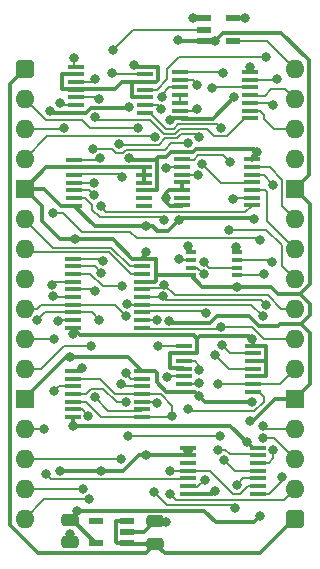
<source format=gtl>
%TF.GenerationSoftware,KiCad,Pcbnew,8.0.4*%
%TF.CreationDate,2024-08-19T17:09:53+02:00*%
%TF.ProjectId,HCP65 MPU NMI,48435036-3520-44d5-9055-204e4d492e6b,V1*%
%TF.SameCoordinates,PX54c81a0PY37b6b20*%
%TF.FileFunction,Copper,L1,Top*%
%TF.FilePolarity,Positive*%
%FSLAX46Y46*%
G04 Gerber Fmt 4.6, Leading zero omitted, Abs format (unit mm)*
G04 Created by KiCad (PCBNEW 8.0.4) date 2024-08-19 17:09:53*
%MOMM*%
%LPD*%
G01*
G04 APERTURE LIST*
G04 Aperture macros list*
%AMRoundRect*
0 Rectangle with rounded corners*
0 $1 Rounding radius*
0 $2 $3 $4 $5 $6 $7 $8 $9 X,Y pos of 4 corners*
0 Add a 4 corners polygon primitive as box body*
4,1,4,$2,$3,$4,$5,$6,$7,$8,$9,$2,$3,0*
0 Add four circle primitives for the rounded corners*
1,1,$1+$1,$2,$3*
1,1,$1+$1,$4,$5*
1,1,$1+$1,$6,$7*
1,1,$1+$1,$8,$9*
0 Add four rect primitives between the rounded corners*
20,1,$1+$1,$2,$3,$4,$5,0*
20,1,$1+$1,$4,$5,$6,$7,0*
20,1,$1+$1,$6,$7,$8,$9,0*
20,1,$1+$1,$8,$9,$2,$3,0*%
G04 Aperture macros list end*
%TA.AperFunction,SMDPad,CuDef*%
%ADD10R,1.475000X0.450000*%
%TD*%
%TA.AperFunction,SMDPad,CuDef*%
%ADD11RoundRect,0.250000X0.475000X-0.250000X0.475000X0.250000X-0.475000X0.250000X-0.475000X-0.250000X0*%
%TD*%
%TA.AperFunction,SMDPad,CuDef*%
%ADD12R,0.950000X0.450000*%
%TD*%
%TA.AperFunction,SMDPad,CuDef*%
%ADD13RoundRect,0.250000X-0.475000X0.250000X-0.475000X-0.250000X0.475000X-0.250000X0.475000X0.250000X0*%
%TD*%
%TA.AperFunction,SMDPad,CuDef*%
%ADD14R,1.150000X0.600000*%
%TD*%
%TA.AperFunction,SMDPad,CuDef*%
%ADD15R,1.250000X0.600000*%
%TD*%
%TA.AperFunction,ComponentPad*%
%ADD16RoundRect,0.400000X-0.400000X-0.400000X0.400000X-0.400000X0.400000X0.400000X-0.400000X0.400000X0*%
%TD*%
%TA.AperFunction,ComponentPad*%
%ADD17O,1.600000X1.600000*%
%TD*%
%TA.AperFunction,ComponentPad*%
%ADD18R,1.600000X1.600000*%
%TD*%
%TA.AperFunction,ViaPad*%
%ADD19C,0.800000*%
%TD*%
%TA.AperFunction,Conductor*%
%ADD20C,0.380000*%
%TD*%
%TA.AperFunction,Conductor*%
%ADD21C,0.200000*%
%TD*%
G04 APERTURE END LIST*
D10*
%TO.P,IC4,1,~{1RD}*%
%TO.N,/~{Enable NMI}*%
X4174000Y-7702000D03*
%TO.P,IC4,2,1D*%
%TO.N,GND*%
X4174000Y-8352000D03*
%TO.P,IC4,3,1CP*%
%TO.N,/~{Reset}_{2}*%
X4174000Y-9002000D03*
%TO.P,IC4,4,~{1SD}*%
%TO.N,/~{Disable NMI}*%
X4174000Y-9652000D03*
%TO.P,IC4,5,1Q*%
%TO.N,/NMI Mask*%
X4174000Y-10302000D03*
%TO.P,IC4,6,~{1Q}*%
%TO.N,NMI Enabled*%
X4174000Y-10952000D03*
%TO.P,IC4,7,GND*%
%TO.N,GND*%
X4174000Y-11602000D03*
%TO.P,IC4,8,~{2Q}*%
%TO.N,unconnected-(IC4-~{2Q}-Pad8)*%
X10050000Y-11602000D03*
%TO.P,IC4,9,2Q*%
%TO.N,unconnected-(IC4-2Q-Pad9)*%
X10050000Y-10952000D03*
%TO.P,IC4,10,~{2SD}*%
%TO.N,/3.3V*%
X10050000Y-10302000D03*
%TO.P,IC4,11,2CP*%
%TO.N,GND*%
X10050000Y-9652000D03*
%TO.P,IC4,12,2D*%
X10050000Y-9002000D03*
%TO.P,IC4,13,~{2RD}*%
X10050000Y-8352000D03*
%TO.P,IC4,14,3V*%
%TO.N,/3.3V*%
X10050000Y-7702000D03*
%TD*%
%TO.P,IC8,1,~{1RD}*%
%TO.N,/~{Clear Timer}*%
X13445000Y-23450000D03*
%TO.P,IC8,2,1D*%
%TO.N,/3.3V*%
X13445000Y-24100000D03*
%TO.P,IC8,3,1CP*%
%TO.N,/Set Timer*%
X13445000Y-24750000D03*
%TO.P,IC8,4,~{1SD}*%
%TO.N,/3.3V*%
X13445000Y-25400000D03*
%TO.P,IC8,5,1Q*%
%TO.N,Timer*%
X13445000Y-26050000D03*
%TO.P,IC8,6,~{1Q}*%
%TO.N,/~{Timer}*%
X13445000Y-26700000D03*
%TO.P,IC8,7,GND*%
%TO.N,GND*%
X13445000Y-27350000D03*
%TO.P,IC8,8,~{2Q}*%
%TO.N,/~{Break}_{1}*%
X19321000Y-27350000D03*
%TO.P,IC8,9,2Q*%
%TO.N,Break_{1}*%
X19321000Y-26700000D03*
%TO.P,IC8,10,~{2SD}*%
%TO.N,/3.3V*%
X19321000Y-26050000D03*
%TO.P,IC8,11,2CP*%
%TO.N,/Set Break_{1}*%
X19321000Y-25400000D03*
%TO.P,IC8,12,2D*%
%TO.N,/3.3V*%
X19321000Y-24750000D03*
%TO.P,IC8,13,~{2RD}*%
%TO.N,/~{Clear Break}_{1}*%
X19321000Y-24100000D03*
%TO.P,IC8,14,3V*%
%TO.N,/3.3V*%
X19321000Y-23450000D03*
%TD*%
%TO.P,IC11,1,1A*%
%TO.N,/NMI State\u00B7WD*%
X9923000Y-29498000D03*
%TO.P,IC11,2,1B*%
%TO.N,D0*%
X9923000Y-28848000D03*
%TO.P,IC11,3,1Y*%
%TO.N,/~{Clear Timer}*%
X9923000Y-28198000D03*
%TO.P,IC11,4,2A*%
%TO.N,/NMI State\u00B7WD*%
X9923000Y-27548000D03*
%TO.P,IC11,5,2B*%
%TO.N,D1*%
X9923000Y-26898000D03*
%TO.P,IC11,6,2Y*%
%TO.N,/~{Clear Break}_{1}*%
X9923000Y-26248000D03*
%TO.P,IC11,7,GND*%
%TO.N,GND*%
X9923000Y-25598000D03*
%TO.P,IC11,8,3Y*%
%TO.N,/~{Clear Break}_{2}*%
X4047000Y-25598000D03*
%TO.P,IC11,9,3A*%
%TO.N,/NMI State\u00B7WD*%
X4047000Y-26248000D03*
%TO.P,IC11,10,3B*%
%TO.N,D2*%
X4047000Y-26898000D03*
%TO.P,IC11,11,4Y*%
%TO.N,/~{Clear Break}_{3}*%
X4047000Y-27548000D03*
%TO.P,IC11,12,4A*%
%TO.N,/NMI State\u00B7WD*%
X4047000Y-28198000D03*
%TO.P,IC11,13,4B*%
%TO.N,D3*%
X4047000Y-28848000D03*
%TO.P,IC11,14,3V*%
%TO.N,/3.3V*%
X4047000Y-29498000D03*
%TD*%
D11*
%TO.P,C8,1*%
%TO.N,5V*%
X11049000Y-40202400D03*
%TO.P,C8,2*%
%TO.N,GND*%
X11049000Y-38302400D03*
%TD*%
D10*
%TO.P,IC1,1,1A*%
%TO.N,GND*%
X13826000Y-32086000D03*
%TO.P,IC1,2,1B*%
X13826000Y-32736000D03*
%TO.P,IC1,3,1Y*%
%TO.N,unconnected-(IC1A-1Y-Pad3)*%
X13826000Y-33386000D03*
%TO.P,IC1,4,2A*%
%TO.N,/NMI State\u00B7WD*%
X13826000Y-34036000D03*
%TO.P,IC1,5,2B*%
%TO.N,D4*%
X13826000Y-34686000D03*
%TO.P,IC1,6,2Y*%
%TO.N,/Write Enable NMI*%
X13826000Y-35336000D03*
%TO.P,IC1,7,GND*%
%TO.N,GND*%
X13826000Y-35986000D03*
%TO.P,IC1,8,3Y*%
%TO.N,/Write Disable NMI*%
X19702000Y-35986000D03*
%TO.P,IC1,9,3A*%
%TO.N,/NMI State\u00B7WD*%
X19702000Y-35336000D03*
%TO.P,IC1,10,3B*%
%TO.N,D5*%
X19702000Y-34686000D03*
%TO.P,IC1,11,4Y*%
%TO.N,/~{Unmasked NMI}*%
X19702000Y-34036000D03*
%TO.P,IC1,12,4A*%
%TO.N,/~{Timer}\u00B7~{Break}_{1}*%
X19702000Y-33386000D03*
%TO.P,IC1,13,4B*%
%TO.N,/~{Break}_{2}\u00B7~{Break}_{3}*%
X19702000Y-32736000D03*
%TO.P,IC1,14,3V*%
%TO.N,/3.3V*%
X19702000Y-32086000D03*
%TD*%
D12*
%TO.P,IC10,1,1A*%
%TO.N,/~{Timer}*%
X14027000Y-15535000D03*
%TO.P,IC10,2,1B*%
%TO.N,/~{Break}_{1}*%
X14027000Y-16185000D03*
%TO.P,IC10,3,2Y*%
%TO.N,/~{Break}_{2}\u00B7~{Break}_{3}*%
X14027000Y-16835000D03*
%TO.P,IC10,4,GND*%
%TO.N,GND*%
X14027000Y-17485000D03*
%TO.P,IC10,5,2A*%
%TO.N,/~{Break}_{2}*%
X17977000Y-17485000D03*
%TO.P,IC10,6,2B*%
%TO.N,/~{Break}_{3}*%
X17977000Y-16835000D03*
%TO.P,IC10,7,1Y*%
%TO.N,/~{Timer}\u00B7~{Break}_{1}*%
X17977000Y-16185000D03*
%TO.P,IC10,8,3V*%
%TO.N,/3.3V*%
X17977000Y-15535000D03*
%TD*%
D13*
%TO.P,C9,1*%
%TO.N,/3.3V*%
X3784600Y-38182000D03*
%TO.P,C9,2*%
%TO.N,GND*%
X3784600Y-40082000D03*
%TD*%
D14*
%TO.P,IC5,1,6VIn*%
%TO.N,5V*%
X8640600Y-40193000D03*
%TO.P,IC5,2,GND*%
%TO.N,GND*%
X8640600Y-39243000D03*
%TO.P,IC5,3,EN*%
%TO.N,5V*%
X8640600Y-38293000D03*
%TO.P,IC5,4,ADJ*%
%TO.N,unconnected-(IC5-ADJ-Pad4)*%
X6040600Y-38293000D03*
%TO.P,IC5,5,3.3VOut*%
%TO.N,/3.3V*%
X6040600Y-40193000D03*
%TD*%
D15*
%TO.P,IC2,1,B*%
%TO.N,/~{Unmasked NMI}*%
X15133000Y4252000D03*
%TO.P,IC2,2,A*%
%TO.N,/NMI Mask*%
X15133000Y3302000D03*
%TO.P,IC2,3,GND*%
%TO.N,GND*%
X15133000Y2352000D03*
%TO.P,IC2,4,Y*%
%TO.N,~{NMI}*%
X17633000Y2352000D03*
%TO.P,IC2,5,3V*%
%TO.N,/3.3V*%
X17633000Y4252000D03*
%TD*%
D10*
%TO.P,IC9,1,~{OE1}*%
%TO.N,~{NMI State}*%
X9940000Y-21934000D03*
%TO.P,IC9,2,A0*%
%TO.N,Timer*%
X9940000Y-21284000D03*
%TO.P,IC9,3,A1*%
%TO.N,Break_{1}*%
X9940000Y-20634000D03*
%TO.P,IC9,4,A2*%
%TO.N,Break_{2}*%
X9940000Y-19984000D03*
%TO.P,IC9,5,A3*%
%TO.N,Break_{3}*%
X9940000Y-19334000D03*
%TO.P,IC9,6,A4*%
%TO.N,NMI Enabled*%
X9940000Y-18684000D03*
%TO.P,IC9,7,A5*%
%TO.N,GND*%
X9940000Y-18034000D03*
%TO.P,IC9,8,A6*%
%TO.N,MPU0*%
X9940000Y-17384000D03*
%TO.P,IC9,9,A7*%
%TO.N,MPU1*%
X9940000Y-16734000D03*
%TO.P,IC9,10,GND*%
%TO.N,GND*%
X9940000Y-16084000D03*
%TO.P,IC9,11,Y7*%
%TO.N,D7*%
X4064000Y-16084000D03*
%TO.P,IC9,12,Y6*%
%TO.N,D6*%
X4064000Y-16734000D03*
%TO.P,IC9,13,Y5*%
%TO.N,D5*%
X4064000Y-17384000D03*
%TO.P,IC9,14,Y4*%
%TO.N,D4*%
X4064000Y-18034000D03*
%TO.P,IC9,15,Y3*%
%TO.N,D3*%
X4064000Y-18684000D03*
%TO.P,IC9,16,Y2*%
%TO.N,D2*%
X4064000Y-19334000D03*
%TO.P,IC9,17,Y1*%
%TO.N,D1*%
X4064000Y-19984000D03*
%TO.P,IC9,18,Y0*%
%TO.N,D0*%
X4064000Y-20634000D03*
%TO.P,IC9,19,~{OE2}*%
%TO.N,~{RD}*%
X4064000Y-21284000D03*
%TO.P,IC9,20,3V*%
%TO.N,/3.3V*%
X4064000Y-21934000D03*
%TD*%
D16*
%TO.P,J2,1,Pin_1*%
%TO.N,5V*%
X0Y0D03*
D17*
%TO.P,J2,2,Pin_2*%
%TO.N,~{Reset}*%
X0Y-2540000D03*
%TO.P,J2,3,Pin_3*%
%TO.N,~{RD}*%
X0Y-5080000D03*
%TO.P,J2,4,Pin_4*%
%TO.N,~{WD}*%
X0Y-7620000D03*
D18*
%TO.P,J2,5,Pin_5*%
%TO.N,GND*%
X0Y-10160000D03*
D17*
%TO.P,J2,6,Pin_6*%
%TO.N,MPU1*%
X0Y-12700000D03*
%TO.P,J2,7,Pin_7*%
%TO.N,MPU0*%
X0Y-15240000D03*
%TO.P,J2,8,Pin_8*%
%TO.N,D0*%
X0Y-17780000D03*
%TO.P,J2,9,Pin_9*%
%TO.N,D1*%
X0Y-20320000D03*
%TO.P,J2,10,Pin_10*%
%TO.N,D2*%
X0Y-22860000D03*
%TO.P,J2,11,Pin_11*%
%TO.N,D3*%
X0Y-25400000D03*
D18*
%TO.P,J2,12,Pin_12*%
%TO.N,GND*%
X0Y-27940000D03*
D17*
%TO.P,J2,13,Pin_13*%
%TO.N,D4*%
X0Y-30480000D03*
%TO.P,J2,14,Pin_14*%
%TO.N,D5*%
X0Y-33020000D03*
%TO.P,J2,15,Pin_15*%
%TO.N,D6*%
X0Y-35560000D03*
%TO.P,J2,16,Pin_16*%
%TO.N,D7*%
X0Y-38100000D03*
D16*
%TO.P,J2,17,Pin_17*%
%TO.N,5V*%
X22860000Y-38100000D03*
D17*
%TO.P,J2,18,Pin_18*%
%TO.N,Timer*%
X22860000Y-35560000D03*
%TO.P,J2,19,Pin_19*%
%TO.N,Break_{3}*%
X22860000Y-33020000D03*
%TO.P,J2,20,Pin_20*%
%TO.N,Break_{2}*%
X22860000Y-30480000D03*
D18*
%TO.P,J2,21,Pin_21*%
%TO.N,GND*%
X22860000Y-27940000D03*
D17*
%TO.P,J2,22,Pin_22*%
%TO.N,Break_{1}*%
X22860000Y-25400000D03*
%TO.P,J2,23,Pin_23*%
%TO.N,~{NMI State}*%
X22860000Y-22860000D03*
%TO.P,J2,24,Pin_24*%
%TO.N,NMI Enabled*%
X22860000Y-20320000D03*
%TO.P,J2,25,Pin_25*%
%TO.N,~{Set Timer}*%
X22860000Y-17780000D03*
%TO.P,J2,26,Pin_26*%
%TO.N,Set Enable NMI*%
X22860000Y-15240000D03*
%TO.P,J2,27,Pin_27*%
%TO.N,Set Disable NMI*%
X22860000Y-12700000D03*
D18*
%TO.P,J2,28,Pin_28*%
%TO.N,GND*%
X22860000Y-10160000D03*
D17*
%TO.P,J2,29,Pin_29*%
%TO.N,~{Set Break}_{1}*%
X22860000Y-7620000D03*
%TO.P,J2,30,Pin_30*%
%TO.N,~{Set Break}_{2}*%
X22860000Y-5080000D03*
%TO.P,J2,31,Pin_31*%
%TO.N,~{Set Break}_{3}*%
X22860000Y-2540000D03*
%TO.P,J2,32,Pin_32*%
%TO.N,~{NMI}*%
X22860000Y0D03*
%TD*%
D10*
%TO.P,IC13,1,~{1RD}*%
%TO.N,/~{Clear Break}_{2}*%
X4301000Y172000D03*
%TO.P,IC13,2,1D*%
%TO.N,/3.3V*%
X4301000Y-478000D03*
%TO.P,IC13,3,1CP*%
%TO.N,/Set Break_{2}*%
X4301000Y-1128000D03*
%TO.P,IC13,4,~{1SD}*%
%TO.N,/3.3V*%
X4301000Y-1778000D03*
%TO.P,IC13,5,1Q*%
%TO.N,Break_{2}*%
X4301000Y-2428000D03*
%TO.P,IC13,6,~{1Q}*%
%TO.N,/~{Break}_{2}*%
X4301000Y-3078000D03*
%TO.P,IC13,7,GND*%
%TO.N,GND*%
X4301000Y-3728000D03*
%TO.P,IC13,8,~{2Q}*%
%TO.N,/~{Break}_{3}*%
X10177000Y-3728000D03*
%TO.P,IC13,9,2Q*%
%TO.N,Break_{3}*%
X10177000Y-3078000D03*
%TO.P,IC13,10,~{2SD}*%
%TO.N,/3.3V*%
X10177000Y-2428000D03*
%TO.P,IC13,11,2CP*%
%TO.N,/Set Break_{3}*%
X10177000Y-1778000D03*
%TO.P,IC13,12,2D*%
%TO.N,/3.3V*%
X10177000Y-1128000D03*
%TO.P,IC13,13,~{2RD}*%
%TO.N,/~{Clear Break}_{3}*%
X10177000Y-478000D03*
%TO.P,IC13,14,3V*%
%TO.N,/3.3V*%
X10177000Y172000D03*
%TD*%
%TO.P,IC6,1,1A*%
%TO.N,~{NMI State}*%
X13335000Y-7672000D03*
%TO.P,IC6,2,1B*%
%TO.N,~{WD}*%
X13335000Y-8322000D03*
%TO.P,IC6,3,1Y*%
%TO.N,/NMI State\u00B7WD*%
X13335000Y-8972000D03*
%TO.P,IC6,4,2A*%
%TO.N,GND*%
X13335000Y-9622000D03*
%TO.P,IC6,5,2B*%
X13335000Y-10272000D03*
%TO.P,IC6,6,2Y*%
%TO.N,unconnected-(IC6B-2Y-Pad6)*%
X13335000Y-10922000D03*
%TO.P,IC6,7,GND*%
%TO.N,GND*%
X13335000Y-11572000D03*
%TO.P,IC6,8,3Y*%
%TO.N,/~{Enable NMI}*%
X19211000Y-11572000D03*
%TO.P,IC6,9,3A*%
%TO.N,/Write Enable NMI*%
X19211000Y-10922000D03*
%TO.P,IC6,10,3B*%
%TO.N,Set Enable NMI*%
X19211000Y-10272000D03*
%TO.P,IC6,11,4Y*%
%TO.N,/~{Disable NMI}*%
X19211000Y-9622000D03*
%TO.P,IC6,12,4A*%
%TO.N,/Write Disable NMI*%
X19211000Y-8972000D03*
%TO.P,IC6,13,4B*%
%TO.N,Set Disable NMI*%
X19211000Y-8322000D03*
%TO.P,IC6,14,3V*%
%TO.N,/3.3V*%
X19211000Y-7672000D03*
%TD*%
%TO.P,IC7,1,1A*%
%TO.N,~{Set Timer}*%
X13174000Y-291000D03*
%TO.P,IC7,2,1Y*%
%TO.N,/Set Timer*%
X13174000Y-941000D03*
%TO.P,IC7,3,2A*%
%TO.N,~{Reset}*%
X13174000Y-1591000D03*
%TO.P,IC7,4,2Y*%
%TO.N,/Reset*%
X13174000Y-2241000D03*
%TO.P,IC7,5,3A*%
X13174000Y-2891000D03*
%TO.P,IC7,6,3Y*%
%TO.N,/~{Reset}_{2}*%
X13174000Y-3541000D03*
%TO.P,IC7,7,GND*%
%TO.N,GND*%
X13174000Y-4191000D03*
%TO.P,IC7,8,4Y*%
%TO.N,/Set Break_{2}*%
X19050000Y-4191000D03*
%TO.P,IC7,9,4A*%
%TO.N,~{Set Break}_{2}*%
X19050000Y-3541000D03*
%TO.P,IC7,10,5Y*%
%TO.N,/Set Break_{3}*%
X19050000Y-2891000D03*
%TO.P,IC7,11,5A*%
%TO.N,~{Set Break}_{3}*%
X19050000Y-2241000D03*
%TO.P,IC7,12,6Y*%
%TO.N,/Set Break_{1}*%
X19050000Y-1591000D03*
%TO.P,IC7,13,6A*%
%TO.N,~{Set Break}_{1}*%
X19050000Y-941000D03*
%TO.P,IC7,14,3V*%
%TO.N,/3.3V*%
X19050000Y-291000D03*
%TD*%
D19*
%TO.N,GND*%
X12276615Y-4344307D03*
X2159000Y-3568000D03*
X16090212Y2352006D03*
%TO.N,/3.3V*%
X4445000Y-37465000D03*
%TO.N,D7*%
X5461004Y-36449000D03*
%TO.N,D6*%
X4903999Y-35560000D03*
%TO.N,GND*%
X10287000Y-32721000D03*
X2970000Y-34036000D03*
X13023623Y-12827000D03*
X12953992Y2413000D03*
X12192000Y-21336000D03*
X3784616Y-39370000D03*
X16091950Y-35761000D03*
X8801231Y-3257622D03*
X14731998Y-27686002D03*
X19098000Y-29845000D03*
X17712498Y-2427111D03*
X19269013Y-28197073D03*
X17946327Y-18484000D03*
X11938000Y-38354000D03*
X10225630Y-13351053D03*
X4232151Y-14436831D03*
X3810000Y-24383990D03*
X13843000Y-32385000D03*
X11938000Y-10922000D03*
X10290327Y-15490665D03*
X6477000Y-34048228D03*
X19431000Y-12700000D03*
%TO.N,/3.3V*%
X9238906Y312476D03*
X18796000Y-31623000D03*
X19272508Y-22900476D03*
X19685000Y-7087000D03*
X17907000Y-15113000D03*
X19050000Y127000D03*
X8826132Y-7572769D03*
X4063999Y-30225999D03*
X19939000Y-37846000D03*
X18669000Y4318000D03*
X4064004Y-22479004D03*
%TO.N,D5*%
X10922000Y-35814000D03*
X17942114Y-35252888D03*
X8128010Y-33020000D03*
X17780000Y-37211000D03*
X8255000Y-18415000D03*
%TO.N,/NMI State\u00B7WD*%
X12319006Y-34036000D03*
X14643811Y-9001487D03*
X12495501Y-29386499D03*
%TO.N,D4*%
X1651000Y-30480000D03*
X2275227Y-18287683D03*
X1778000Y-34290000D03*
%TO.N,NMI Enabled*%
X11811000Y-18288000D03*
X11811000Y-12827000D03*
%TO.N,/Write Enable NMI*%
X17653000Y-11049000D03*
X15240000Y-34798000D03*
%TO.N,~{NMI State}*%
X17356000Y-7877000D03*
X16637000Y-21844000D03*
%TO.N,~{WD}*%
X11971570Y-8393510D03*
X10988510Y-5743209D03*
%TO.N,~{Set Timer}*%
X17253000Y-13624291D03*
X16764000Y-381000D03*
%TO.N,~{Set Break}_{1}*%
X21336000Y-889000D03*
%TO.N,/Set Timer*%
X14604997Y-1396997D03*
X14784000Y-25527000D03*
%TO.N,/Set Break_{1}*%
X15874984Y-1651000D03*
X16119333Y-24266667D03*
%TO.N,~{Reset}*%
X9616132Y-5018000D03*
X11636233Y-2355818D03*
%TO.N,/Write Disable NMI*%
X21742400Y-34594800D03*
X21049208Y-9807000D03*
%TO.N,/~{Unmasked NMI}*%
X16881801Y-33167411D03*
X14224000Y4252000D03*
%TO.N,/~{Timer}\u00B7~{Break}_{1}*%
X20966002Y-16383000D03*
X21042400Y-32258000D03*
%TO.N,/~{Break}_{2}\u00B7~{Break}_{3}*%
X15171000Y-17399000D03*
X16383000Y-32258000D03*
%TO.N,/Set Break_{2}*%
X5969750Y-4113687D03*
X5959196Y-853012D03*
%TO.N,/Set Break_{3}*%
X21036000Y-3048006D03*
X20447000Y1016000D03*
%TO.N,/NMI Mask*%
X7442200Y1600200D03*
X5835528Y-10669296D03*
%TO.N,/~{Disable NMI}*%
X14990643Y-8063557D03*
X5757054Y-6778768D03*
X13840085Y-6266944D03*
X5842000Y-9652000D03*
%TO.N,/~{Enable NMI}*%
X6421207Y-11637989D03*
X6382333Y-7561000D03*
%TO.N,Break_{1}*%
X15367000Y-20701000D03*
X16318000Y-26670000D03*
%TO.N,Timer*%
X12280269Y-35984607D03*
X12054652Y-26109992D03*
X11176004Y-21284000D03*
%TO.N,D3*%
X5969000Y-18796000D03*
X5612000Y-23501586D03*
X5386190Y-29411810D03*
%TO.N,/~{Clear Timer}*%
X11175998Y-28298000D03*
X11238000Y-23513502D03*
%TO.N,D2*%
X2394000Y-19284000D03*
X2478000Y-27323916D03*
X2477994Y-22925002D03*
%TO.N,/~{Timer}*%
X14750975Y-26588689D03*
X13843000Y-15051000D03*
%TO.N,/~{Break}_{1}*%
X13038000Y-16129000D03*
X13843000Y-28829000D03*
%TO.N,D1*%
X8123000Y-26670000D03*
X8574000Y-20955001D03*
%TO.N,/~{Clear Break}_{1}*%
X16717961Y-23431500D03*
X8585498Y-25783379D03*
X16510000Y-31115000D03*
X8763000Y-31115000D03*
%TO.N,D7*%
X6604000Y-16256000D03*
%TO.N,/~{Break}_{2}*%
X2413000Y-12192000D03*
X19939000Y-14478000D03*
X2973970Y-2938000D03*
X20265996Y-17398998D03*
%TO.N,/~{Break}_{3}*%
X16579446Y-5010558D03*
X15171000Y-16385981D03*
%TO.N,/~{Clear Break}_{2}*%
X4855001Y-25316000D03*
X4191000Y889000D03*
%TO.N,/~{Clear Break}_{3}*%
X8569000Y-28256000D03*
X7347527Y-400321D03*
%TO.N,Break_{3}*%
X11668037Y-19284000D03*
X20193000Y-31242000D03*
X20399533Y-19992483D03*
X11557000Y-3404733D03*
%TO.N,Break_{2}*%
X20193000Y-30226000D03*
X8636000Y-19939000D03*
X6285000Y-2533687D03*
X20131323Y-20955846D03*
%TO.N,~{RD}*%
X2794000Y-21336000D03*
X3310001Y-5018000D03*
%TO.N,D0*%
X5923000Y-27819137D03*
X6316000Y-21265140D03*
X994000Y-21305882D03*
%TO.N,D6*%
X6477000Y-17272000D03*
%TO.N,/~{Reset}_{2}*%
X8001000Y-6418000D03*
X14732638Y-5816000D03*
X8221063Y-9207500D03*
X14605000Y-3429000D03*
%TD*%
D20*
%TO.N,GND*%
X12429922Y-4191000D02*
X13174000Y-4191000D01*
X12276615Y-4344307D02*
X12429922Y-4191000D01*
D21*
%TO.N,Break_{3}*%
X11230267Y-3078000D02*
X11557000Y-3404733D01*
X10177000Y-3078000D02*
X11230267Y-3078000D01*
%TO.N,~{Reset}*%
X13174000Y-1591000D02*
X12236500Y-1591000D01*
X11636233Y-2191267D02*
X11636233Y-2355818D01*
X12236500Y-1591000D02*
X11636233Y-2191267D01*
%TO.N,/~{Reset}_{2}*%
X12918647Y-5894307D02*
X11898073Y-5894307D01*
X8044000Y-6461000D02*
X8001000Y-6418000D01*
X13246010Y-5566944D02*
X12918647Y-5894307D01*
X11898073Y-5894307D02*
X11331380Y-6461000D01*
X14483582Y-5566944D02*
X13246010Y-5566944D01*
X14732638Y-5816000D02*
X14483582Y-5566944D01*
X11331380Y-6461000D02*
X8044000Y-6461000D01*
%TO.N,/~{Disable NMI}*%
X8290950Y-7118000D02*
X7711050Y-7118000D01*
X7371818Y-6778768D02*
X5757054Y-6778768D01*
X8547950Y-6861000D02*
X8290950Y-7118000D01*
X11839636Y-6861000D02*
X8547950Y-6861000D01*
X7711050Y-7118000D02*
X7371818Y-6778768D01*
X12406329Y-6294307D02*
X11839636Y-6861000D01*
X13812722Y-6294307D02*
X12406329Y-6294307D01*
X13840085Y-6266944D02*
X13812722Y-6294307D01*
%TO.N,/~{Break}_{3}*%
X16284888Y-4716000D02*
X16579446Y-5010558D01*
X12965583Y-4716000D02*
X16284888Y-4716000D01*
X12587276Y-5094307D02*
X12965583Y-4716000D01*
X11965954Y-5094307D02*
X12587276Y-5094307D01*
X10599647Y-3728000D02*
X11965954Y-5094307D01*
%TO.N,~{WD}*%
X10963301Y-5718000D02*
X10988510Y-5743209D01*
X1902000Y-5718000D02*
X10963301Y-5718000D01*
X0Y-7620000D02*
X1902000Y-5718000D01*
%TO.N,/Set Break_{2}*%
X6174063Y-4318000D02*
X5969750Y-4113687D01*
X11800268Y-5494307D02*
X10623961Y-4318000D01*
X12752962Y-5494307D02*
X11800268Y-5494307D01*
X15403000Y-5116000D02*
X13131269Y-5116000D01*
X10623961Y-4318000D02*
X6174063Y-4318000D01*
X17079944Y-5710556D02*
X15997556Y-5710556D01*
X18554500Y-4236000D02*
X17079944Y-5710556D01*
X15997556Y-5710556D02*
X15403000Y-5116000D01*
X13131269Y-5116000D02*
X12752962Y-5494307D01*
D20*
%TO.N,GND*%
X12272500Y-11602000D02*
X11938000Y-11267500D01*
X13318000Y-11602000D02*
X12272500Y-11602000D01*
X12668000Y-10302000D02*
X12200500Y-10302000D01*
X12200500Y-10302000D02*
X11938000Y-10564500D01*
X11938000Y-11267500D02*
X11938000Y-10922000D01*
X11938000Y-10564500D02*
X11938000Y-10922000D01*
D21*
%TO.N,/NMI State\u00B7WD*%
X14643811Y-9001487D02*
X14643298Y-9002000D01*
D20*
%TO.N,/3.3V*%
X12387089Y-7057000D02*
X14243574Y-7057000D01*
X19421557Y-6823557D02*
X19685000Y-7087000D01*
X11094000Y-7702000D02*
X11303000Y-7493000D01*
D21*
%TO.N,~{NMI State}*%
X16792557Y-7313557D02*
X17356000Y-7877000D01*
%TO.N,/~{Disable NMI}*%
X16579086Y-9652000D02*
X14990643Y-8063557D01*
D20*
%TO.N,/3.3V*%
X14477017Y-6823557D02*
X19421557Y-6823557D01*
D21*
%TO.N,~{NMI State}*%
X14679982Y-7313557D02*
X16792557Y-7313557D01*
X14291539Y-7702000D02*
X14679982Y-7313557D01*
%TO.N,/~{Disable NMI}*%
X19194000Y-9652000D02*
X16579086Y-9652000D01*
D20*
%TO.N,/3.3V*%
X11303000Y-7493000D02*
X11951089Y-7493000D01*
X14243574Y-7057000D02*
X14477017Y-6823557D01*
X11951089Y-7493000D02*
X12387089Y-7057000D01*
D21*
%TO.N,/NMI State\u00B7WD*%
X14643298Y-9002000D02*
X13318000Y-9002000D01*
%TO.N,~{NMI State}*%
X13318000Y-7702000D02*
X14291539Y-7702000D01*
%TO.N,/Set Break_{3}*%
X20923994Y-2936000D02*
X21036000Y-3048006D01*
X19067000Y-2936000D02*
X20923994Y-2936000D01*
D20*
%TO.N,/3.3V*%
X19050000Y-319000D02*
X19050000Y127000D01*
%TO.N,GND*%
X17712498Y-2427111D02*
X15920609Y-4219000D01*
X15920609Y-4219000D02*
X13264000Y-4219000D01*
D21*
%TO.N,/~{Unmasked NMI}*%
X15133000Y4252000D02*
X14224000Y4252000D01*
%TO.N,~{Reset}*%
X5556259Y-5018000D02*
X9616132Y-5018000D01*
X4856259Y-4318000D02*
X5556259Y-5018000D01*
X1778000Y-4318000D02*
X4856259Y-4318000D01*
X0Y-2540000D02*
X1778000Y-4318000D01*
D20*
%TO.N,GND*%
X4301000Y-3728000D02*
X2319000Y-3728000D01*
X2319000Y-3728000D02*
X2159000Y-3568000D01*
D21*
%TO.N,/~{Break}_{2}*%
X2973970Y-2938000D02*
X3113970Y-3078000D01*
X3113970Y-3078000D02*
X4301000Y-3078000D01*
D20*
%TO.N,GND*%
X1809997Y-8351997D02*
X1994Y-10160000D01*
X14027000Y-17485000D02*
X11153500Y-17485000D01*
X11067500Y-17399000D02*
X11067500Y-16094000D01*
X11153500Y-17485000D02*
X11067500Y-17399000D01*
X11067500Y-17999000D02*
X11067500Y-17399000D01*
X16780206Y3042000D02*
X16090212Y2352006D01*
X24050000Y-8970000D02*
X24050000Y715000D01*
X15133000Y2352000D02*
X16090206Y2352000D01*
X21723000Y3042000D02*
X16780206Y3042000D01*
X16090206Y2352000D02*
X16090212Y2352006D01*
X22860000Y-10160000D02*
X24050000Y-8970000D01*
X24050000Y715000D02*
X21723000Y3042000D01*
D21*
%TO.N,/NMI Mask*%
X5468232Y-10302000D02*
X5835528Y-10669296D01*
X4174000Y-10302000D02*
X5468232Y-10302000D01*
%TO.N,/~{Reset}_{2}*%
X7915563Y-8902000D02*
X4274000Y-8902000D01*
X8221063Y-9207500D02*
X7915563Y-8902000D01*
%TO.N,D6*%
X0Y-35560000D02*
X4903999Y-35560000D01*
D20*
%TO.N,GND*%
X2982228Y-34048228D02*
X2970000Y-34036000D01*
X6477000Y-34048228D02*
X2982228Y-34048228D01*
%TO.N,/3.3V*%
X4445000Y-37521600D02*
X4445000Y-37465000D01*
X3784600Y-38182000D02*
X4445000Y-37521600D01*
X19403000Y-38382000D02*
X16149401Y-38382000D01*
X16149401Y-38382000D02*
X15179801Y-37412400D01*
X19939000Y-37846000D02*
X19403000Y-38382000D01*
X4497600Y-37412400D02*
X4445000Y-37465000D01*
X15179801Y-37412400D02*
X4497600Y-37412400D01*
D21*
%TO.N,D7*%
X0Y-38100000D02*
X1651000Y-36449000D01*
X1651000Y-36449000D02*
X5461004Y-36449000D01*
D20*
%TO.N,/3.3V*%
X17398999Y-30225999D02*
X18796000Y-31623000D01*
X4063999Y-30225999D02*
X17398999Y-30225999D01*
X19294000Y-32121000D02*
X18796000Y-31623000D01*
%TO.N,GND*%
X24130000Y-18192915D02*
X23272915Y-19050000D01*
X24130000Y-11430000D02*
X24130000Y-18192915D01*
X22860000Y-10160000D02*
X24130000Y-11430000D01*
X19009947Y-20955000D02*
X19800793Y-21745846D01*
X19800793Y-21745846D02*
X21434154Y-21745846D01*
X16230229Y-20955000D02*
X19009947Y-20955000D01*
X21434154Y-21745846D02*
X21590000Y-21590000D01*
X12347000Y-21491000D02*
X15694229Y-21491000D01*
X12192000Y-21336000D02*
X12347000Y-21491000D01*
X15694229Y-21491000D02*
X16230229Y-20955000D01*
X21590000Y-21590000D02*
X23368001Y-21590000D01*
X20830220Y-18484000D02*
X17946327Y-18484000D01*
X23272915Y-19050000D02*
X21396220Y-19050000D01*
X24130000Y-19907085D02*
X23272915Y-19050000D01*
X23368001Y-21590000D02*
X24130000Y-20828000D01*
X24130000Y-22352000D02*
X23368001Y-21590000D01*
X24130000Y-26670000D02*
X24130000Y-22352000D01*
X21396220Y-19050000D02*
X20830220Y-18484000D01*
X24130000Y-20828000D02*
X24130000Y-19907085D01*
X22860000Y-27940000D02*
X24130000Y-26670000D01*
D21*
%TO.N,~{RD}*%
X3248001Y-5080000D02*
X3310001Y-5018000D01*
X0Y-5080000D02*
X3248001Y-5080000D01*
D20*
%TO.N,GND*%
X4174000Y-8352000D02*
X1810000Y-8352000D01*
X1810000Y-8352000D02*
X1809997Y-8351997D01*
X12134623Y-13716000D02*
X13023623Y-12827000D01*
X11176000Y-13716000D02*
X12134623Y-13716000D01*
X10811053Y-13351053D02*
X11176000Y-13716000D01*
X10225630Y-13351053D02*
X10811053Y-13351053D01*
D21*
%TO.N,NMI Enabled*%
X5721207Y-11927939D02*
X6320268Y-12527000D01*
X5111500Y-10952000D02*
X5721207Y-11561707D01*
X4174000Y-10952000D02*
X5111500Y-10952000D01*
D20*
%TO.N,GND*%
X10212434Y-13337857D02*
X10225630Y-13351053D01*
X5909857Y-13337857D02*
X10212434Y-13337857D01*
X4174000Y-11602000D02*
X5909857Y-13337857D01*
D21*
%TO.N,NMI Enabled*%
X11511000Y-12527000D02*
X11811000Y-12827000D01*
X5721207Y-11561707D02*
X5721207Y-11927939D01*
X6320268Y-12527000D02*
X11511000Y-12527000D01*
D20*
%TO.N,GND*%
X10290327Y-15704673D02*
X10290327Y-15490665D01*
X9940000Y-16055000D02*
X10290327Y-15704673D01*
X7451831Y-14436831D02*
X4232151Y-14436831D01*
X9099000Y-16084000D02*
X7451831Y-14436831D01*
X9940000Y-16084000D02*
X9099000Y-16084000D01*
X10287000Y-32721000D02*
X9671229Y-32721000D01*
X13771000Y-32721000D02*
X10287000Y-32721000D01*
D21*
%TO.N,/~{Clear Break}_{1}*%
X16510000Y-31115000D02*
X8763000Y-31115000D01*
%TO.N,D4*%
X2236234Y-34748234D02*
X1778000Y-34290000D01*
X13763766Y-34748234D02*
X2236234Y-34748234D01*
%TO.N,/NMI State\u00B7WD*%
X12495501Y-28555465D02*
X12495501Y-29386499D01*
X11488036Y-27548000D02*
X12495501Y-28555465D01*
X9923000Y-27548000D02*
X11488036Y-27548000D01*
%TO.N,/~{Clear Timer}*%
X9923000Y-28198000D02*
X11075998Y-28198000D01*
X11075998Y-28198000D02*
X11175998Y-28298000D01*
D20*
%TO.N,GND*%
X0Y-27882036D02*
X3498046Y-24383990D01*
X3498046Y-24383990D02*
X3810000Y-24383990D01*
X11015500Y-25598000D02*
X9923000Y-25598000D01*
X11176000Y-25758500D02*
X11015500Y-25598000D01*
X11176000Y-26543000D02*
X11176000Y-25758500D01*
X13445000Y-27350000D02*
X11983000Y-27350000D01*
X11983000Y-27350000D02*
X11176000Y-26543000D01*
X13445000Y-27350000D02*
X14395996Y-27350000D01*
X14395996Y-27350000D02*
X14731998Y-27686002D01*
X15243069Y-28197073D02*
X14731998Y-27686002D01*
X19269013Y-28197073D02*
X15243069Y-28197073D01*
D21*
%TO.N,/~{Timer}*%
X14639664Y-26700000D02*
X14750975Y-26588689D01*
X13445000Y-26700000D02*
X14639664Y-26700000D01*
%TO.N,/~{Clear Break}_{3}*%
X7425206Y-478000D02*
X7347527Y-400321D01*
X10177000Y-478000D02*
X7425206Y-478000D01*
D20*
%TO.N,/3.3V*%
X9379382Y172000D02*
X10177000Y172000D01*
X9238906Y312476D02*
X9379382Y172000D01*
%TO.N,5V*%
X1094000Y-40972000D02*
X10279400Y-40972000D01*
X10279400Y-40972000D02*
X11049000Y-40202400D01*
X-1270000Y-38608000D02*
X1094000Y-40972000D01*
X-1270000Y-1270000D02*
X-1270000Y-38608000D01*
X0Y0D02*
X-1270000Y-1270000D01*
%TO.N,GND*%
X3006831Y-14436831D02*
X4232151Y-14436831D01*
X1446000Y-12876000D02*
X3006831Y-14436831D01*
X0Y-10160000D02*
X1446000Y-11606000D01*
X1446000Y-11606000D02*
X1446000Y-12876000D01*
D21*
%TO.N,MPU1*%
X8891636Y-16734000D02*
X9940000Y-16734000D01*
X0Y-12797193D02*
X2358807Y-15156000D01*
%TO.N,MPU0*%
X6060050Y-15556000D02*
X7147950Y-15556000D01*
%TO.N,MPU1*%
X7313636Y-15156000D02*
X8891636Y-16734000D01*
%TO.N,MPU0*%
X319000Y-15559000D02*
X6057050Y-15559000D01*
X6057050Y-15559000D02*
X6060050Y-15556000D01*
X7147950Y-15556000D02*
X8975950Y-17384000D01*
%TO.N,/~{Break}_{2}*%
X3210313Y-12192000D02*
X2413000Y-12192000D01*
%TO.N,MPU0*%
X8975950Y-17384000D02*
X9940000Y-17384000D01*
%TO.N,/~{Break}_{2}*%
X8938357Y-13827857D02*
X4846170Y-13827857D01*
%TO.N,MPU1*%
X2358807Y-15156000D02*
X7313636Y-15156000D01*
%TO.N,/~{Break}_{2}*%
X9461500Y-14351000D02*
X8938357Y-13827857D01*
X19812000Y-14351000D02*
X9461500Y-14351000D01*
X19939000Y-14478000D02*
X19812000Y-14351000D01*
X4846170Y-13827857D02*
X3210313Y-12192000D01*
%TO.N,D1*%
X1061000Y-20320000D02*
X1397000Y-19984000D01*
X0Y-20320000D02*
X1061000Y-20320000D01*
X4064000Y-19984000D02*
X1397000Y-19984000D01*
%TO.N,D2*%
X2477994Y-22924996D02*
X2477994Y-22925002D01*
X2412998Y-22860000D02*
X2477994Y-22924996D01*
X0Y-22860000D02*
X2412998Y-22860000D01*
%TO.N,D3*%
X3295414Y-23501586D02*
X5612000Y-23501586D01*
X0Y-25400000D02*
X1397000Y-25400000D01*
X1397000Y-25400000D02*
X3295414Y-23501586D01*
%TO.N,D0*%
X994000Y-21305882D02*
X1665882Y-20634000D01*
X1665882Y-20634000D02*
X4064000Y-20634000D01*
%TO.N,D5*%
X12019000Y-36911000D02*
X10922000Y-35814000D01*
X17480000Y-36911000D02*
X12019000Y-36911000D01*
X17780000Y-37211000D02*
X17480000Y-36911000D01*
%TO.N,Timer*%
X21909000Y-36511000D02*
X12806662Y-36511000D01*
X22860000Y-35560000D02*
X21909000Y-36511000D01*
X12806662Y-36511000D02*
X12280269Y-35984607D01*
%TO.N,D5*%
X0Y-33020000D02*
X8128010Y-33020000D01*
%TO.N,/Write Enable NMI*%
X14602000Y-35436000D02*
X15240000Y-34798000D01*
X13926000Y-35436000D02*
X14602000Y-35436000D01*
D20*
%TO.N,GND*%
X15866950Y-35986000D02*
X16091950Y-35761000D01*
X13826000Y-35986000D02*
X15866950Y-35986000D01*
X11557000Y-38354000D02*
X11938000Y-38354000D01*
D21*
%TO.N,/NMI State\u00B7WD*%
X18919663Y-35336000D02*
X19702000Y-35336000D01*
X18252775Y-36002888D02*
X18919663Y-35336000D01*
X17631453Y-36002888D02*
X18252775Y-36002888D01*
X13826000Y-34036000D02*
X15664565Y-34036000D01*
%TO.N,D5*%
X19702000Y-34686000D02*
X18509002Y-34686000D01*
X18509002Y-34686000D02*
X17942114Y-35252888D01*
%TO.N,/NMI State\u00B7WD*%
X15664565Y-34036000D02*
X17631453Y-36002888D01*
X12400000Y-29482000D02*
X12495501Y-29386499D01*
X9939000Y-29482000D02*
X12400000Y-29482000D01*
X13826000Y-34036000D02*
X12319006Y-34036000D01*
%TO.N,~{Set Timer}*%
X16674000Y-291000D02*
X16764000Y-381000D01*
X13174000Y-291000D02*
X16674000Y-291000D01*
%TO.N,/~{Clear Break}_{1}*%
X8585498Y-25847998D02*
X8985500Y-26248000D01*
X8985500Y-26248000D02*
X9923000Y-26248000D01*
X8585498Y-25783379D02*
X8585498Y-25847998D01*
D20*
%TO.N,GND*%
X21209000Y-27940000D02*
X19304000Y-29845000D01*
X8344001Y-34048228D02*
X6477000Y-34048228D01*
X5187771Y-3728000D02*
X5592084Y-3323687D01*
X4174000Y-11602000D02*
X3056500Y-11602000D01*
X19348000Y-12617000D02*
X13233623Y-12617000D01*
X8735166Y-3323687D02*
X8801231Y-3257622D01*
X13826000Y-32736000D02*
X13826000Y-32622000D01*
X13716000Y-32512000D02*
X13826000Y-32402000D01*
X22860000Y-27940000D02*
X21209000Y-27940000D01*
X10050000Y-9002000D02*
X10050000Y-9652000D01*
X19304000Y-29845000D02*
X19098000Y-29845000D01*
X3784600Y-40082000D02*
X3784600Y-39370016D01*
X10108400Y-39243000D02*
X11049000Y-38302400D01*
X13335000Y-10272000D02*
X13335000Y-9622000D01*
X16174211Y-18484000D02*
X17946327Y-18484000D01*
X11032500Y-18034000D02*
X11067500Y-17999000D01*
X16155210Y-18465000D02*
X16174211Y-18484000D01*
X11067500Y-16094000D02*
X11057500Y-16084000D01*
X4184769Y-8362769D02*
X10039231Y-8362769D01*
X3056500Y-11602000D02*
X1614500Y-10160000D01*
X1614500Y-10160000D02*
X0Y-10160000D01*
X13233623Y-12617000D02*
X13023623Y-12827000D01*
X10050000Y-9002000D02*
X10050000Y-8352000D01*
X15133000Y2352000D02*
X13014992Y2352000D01*
X4301000Y-3728000D02*
X5187771Y-3728000D01*
X13014992Y2352000D02*
X12953992Y2413000D01*
X15007000Y-18465000D02*
X16155210Y-18465000D01*
X9671229Y-32721000D02*
X8344001Y-34048228D01*
X13826000Y-32402000D02*
X13826000Y-32086000D01*
X14027000Y-17485000D02*
X15007000Y-18465000D01*
X3784600Y-39370016D02*
X3784616Y-39370000D01*
X11057500Y-16084000D02*
X9940000Y-16084000D01*
X19431000Y-12700000D02*
X19348000Y-12617000D01*
X5592084Y-3323687D02*
X8735166Y-3323687D01*
X8640600Y-39243000D02*
X10108400Y-39243000D01*
X13826000Y-32622000D02*
X13716000Y-32512000D01*
X9940000Y-18034000D02*
X11032500Y-18034000D01*
%TO.N,5V*%
X11049000Y-40202400D02*
X8650000Y-40202400D01*
X19888200Y-41021000D02*
X22809200Y-38100000D01*
X7782600Y-40193000D02*
X8640600Y-40193000D01*
X7675600Y-38303000D02*
X7675600Y-40086000D01*
X7685600Y-38293000D02*
X7675600Y-38303000D01*
X8640600Y-38293000D02*
X7685600Y-38293000D01*
X11049000Y-40202400D02*
X11867600Y-41021000D01*
X11867600Y-41021000D02*
X19888200Y-41021000D01*
X7675600Y-40086000D02*
X7782600Y-40193000D01*
%TO.N,/3.3V*%
X9084500Y-1128000D02*
X9398000Y-1128000D01*
X4064000Y-21934000D02*
X4064000Y-22479000D01*
X19321000Y-23450000D02*
X19321000Y-22948968D01*
X7599700Y-1743687D02*
X8215387Y-1128000D01*
X10177000Y172000D02*
X11294500Y172000D01*
X14605000Y-22867500D02*
X14838500Y-22634000D01*
X4064000Y-22479000D02*
X4064004Y-22479004D01*
X10050000Y-10302000D02*
X11167500Y-10302000D01*
X20413500Y-24750000D02*
X19321000Y-24750000D01*
X19194000Y-7578000D02*
X19685000Y-7087000D01*
X14562500Y-24100000D02*
X14605000Y-24057500D01*
X9049500Y-2418000D02*
X9049500Y-1163000D01*
X11094000Y-7702000D02*
X10050000Y-7702000D01*
X9049500Y-1163000D02*
X9084500Y-1128000D01*
X19321000Y-24750000D02*
X20438500Y-24750000D01*
X4064000Y-21934000D02*
X4679000Y-22549000D01*
X3173500Y-1743000D02*
X3173500Y-488000D01*
X4679000Y-22549000D02*
X14286500Y-22549000D01*
X11304500Y-956536D02*
X11133036Y-1128000D01*
X20448500Y-26040000D02*
X20438500Y-26050000D01*
X11177500Y-10292000D02*
X11177500Y-7785500D01*
X4047000Y-29498000D02*
X4047000Y-30209000D01*
X4029600Y-38182000D02*
X6040600Y-40193000D01*
X8215387Y-1128000D02*
X9398000Y-1128000D01*
X20438500Y-23450000D02*
X20448500Y-23460000D01*
X20438500Y-26050000D02*
X19321000Y-26050000D01*
X10177000Y-2428000D02*
X9059500Y-2428000D01*
X13445000Y-24100000D02*
X12327500Y-24100000D01*
X12327500Y-24100000D02*
X12317500Y-24110000D01*
X12317500Y-25365000D02*
X13410000Y-25365000D01*
X17907000Y-15113000D02*
X17907000Y-15465000D01*
X19006032Y-22634000D02*
X19272508Y-22900476D01*
X14286500Y-22549000D02*
X14605000Y-22867500D01*
X11167500Y-10302000D02*
X11177500Y-10292000D01*
X20438500Y-24750000D02*
X20448500Y-24760000D01*
X11294500Y172000D02*
X11304500Y162000D01*
X4266000Y-1743000D02*
X3173500Y-1743000D01*
X4047000Y-30209000D02*
X4063999Y-30225999D01*
X11177500Y-7785500D02*
X11094000Y-7702000D01*
X19321000Y-22948968D02*
X19272508Y-22900476D01*
X9059500Y-2428000D02*
X9049500Y-2418000D01*
X20448500Y-24760000D02*
X20448500Y-26040000D01*
X20448500Y-23460000D02*
X20448500Y-24715000D01*
X14605000Y-24057500D02*
X14605000Y-22867500D01*
X17907000Y-15465000D02*
X17977000Y-15535000D01*
X9398000Y-1128000D02*
X10177000Y-1128000D01*
X14838500Y-22634000D02*
X19006032Y-22634000D01*
X19194000Y-7702000D02*
X19194000Y-7578000D01*
X10050000Y-7702000D02*
X8955363Y-7702000D01*
X3183500Y-478000D02*
X4301000Y-478000D01*
X11133036Y-1128000D02*
X10177000Y-1128000D01*
X18669000Y4318000D02*
X17699000Y4318000D01*
X20448500Y-24715000D02*
X20413500Y-24750000D01*
X3173500Y-488000D02*
X3183500Y-478000D01*
X8955363Y-7702000D02*
X8826132Y-7572769D01*
X12317500Y-24110000D02*
X12317500Y-25365000D01*
X11304500Y162000D02*
X11304500Y-956536D01*
X4335313Y-1743687D02*
X7599700Y-1743687D01*
X13445000Y-24100000D02*
X14562500Y-24100000D01*
X19321000Y-23450000D02*
X20438500Y-23450000D01*
D21*
%TO.N,D5*%
X5546950Y-17384000D02*
X6577950Y-18415000D01*
X4064000Y-17384000D02*
X5546950Y-17384000D01*
X6577950Y-18415000D02*
X8255000Y-18415000D01*
%TO.N,/NMI State\u00B7WD*%
X5162348Y-28198000D02*
X4047000Y-28198000D01*
X7667860Y-27552011D02*
X9686989Y-27552011D01*
X6363849Y-26248000D02*
X7667860Y-27552011D01*
X4047000Y-26248000D02*
X6363849Y-26248000D01*
X9923000Y-29498000D02*
X6462348Y-29498000D01*
X6462348Y-29498000D02*
X5162348Y-28198000D01*
%TO.N,D4*%
X4064000Y-18034000D02*
X2528910Y-18034000D01*
X1651000Y-30480000D02*
X0Y-30480000D01*
X2528910Y-18034000D02*
X2275227Y-18287683D01*
%TO.N,~{NMI}*%
X17633000Y2352000D02*
X20508000Y2352000D01*
X20508000Y2352000D02*
X22860000Y0D01*
%TO.N,NMI Enabled*%
X20218066Y-19184000D02*
X12707000Y-19184000D01*
X20225066Y-19177000D02*
X20218066Y-19184000D01*
X21717000Y-20320000D02*
X20574000Y-19177000D01*
X11515000Y-18584000D02*
X11811000Y-18288000D01*
X10040000Y-18584000D02*
X11515000Y-18584000D01*
X20574000Y-19177000D02*
X20225066Y-19177000D01*
X22860000Y-20320000D02*
X21717000Y-20320000D01*
X12707000Y-19184000D02*
X11811000Y-18288000D01*
%TO.N,/Write Enable NMI*%
X19194000Y-10952000D02*
X17750000Y-10952000D01*
X17750000Y-10952000D02*
X17653000Y-11049000D01*
%TO.N,Set Disable NMI*%
X21749208Y-9384414D02*
X20716794Y-8352000D01*
X20716794Y-8352000D02*
X19194000Y-8352000D01*
X21749208Y-11589208D02*
X21749208Y-9384414D01*
X22860000Y-12700000D02*
X21749208Y-11589208D01*
%TO.N,Set Enable NMI*%
X20335000Y-10302000D02*
X19194000Y-10302000D01*
X22860000Y-15240000D02*
X20485500Y-12865500D01*
X20485500Y-12865500D02*
X20485500Y-10452500D01*
X20485500Y-10452500D02*
X20335000Y-10302000D01*
%TO.N,~{NMI State}*%
X22860000Y-22860000D02*
X20221983Y-22860000D01*
X20221983Y-22860000D02*
X19205983Y-21844000D01*
X10042000Y-22036000D02*
X16445000Y-22036000D01*
X19205983Y-21844000D02*
X16637000Y-21844000D01*
X16445000Y-22036000D02*
X16637000Y-21844000D01*
%TO.N,~{WD}*%
X12013080Y-8352000D02*
X11971570Y-8393510D01*
X13318000Y-8352000D02*
X12013080Y-8352000D01*
%TO.N,~{Set Timer}*%
X22860000Y-17780000D02*
X21760000Y-16680000D01*
X21760000Y-16680000D02*
X21760000Y-14928050D01*
X21760000Y-14928050D02*
X20456241Y-13624291D01*
X20456241Y-13624291D02*
X17253000Y-13624291D01*
%TO.N,~{Set Break}_{2}*%
X21095025Y-5080000D02*
X20255000Y-4239975D01*
X22860000Y-5080000D02*
X21095025Y-5080000D01*
X19894977Y-3586000D02*
X19067000Y-3586000D01*
X20255000Y-3946023D02*
X19894977Y-3586000D01*
X20255000Y-4239975D02*
X20255000Y-3946023D01*
%TO.N,~{Set Break}_{3}*%
X20316768Y-2286000D02*
X19067000Y-2286000D01*
X22060001Y-1740001D02*
X20862767Y-1740001D01*
X20862767Y-1740001D02*
X20316768Y-2286000D01*
X22860000Y-2540000D02*
X22060001Y-1740001D01*
%TO.N,~{Set Break}_{1}*%
X19050000Y-941000D02*
X21284000Y-941000D01*
X21284000Y-941000D02*
X21336000Y-889000D01*
%TO.N,/Set Timer*%
X14382500Y-24750000D02*
X14784000Y-25151500D01*
X13445000Y-24750000D02*
X14382500Y-24750000D01*
X14194000Y-986000D02*
X14604997Y-1396997D01*
X13191000Y-986000D02*
X14194000Y-986000D01*
X14784000Y-25151500D02*
X14784000Y-25527000D01*
%TO.N,/Set Break_{1}*%
X17252666Y-25400000D02*
X16119333Y-24266667D01*
X15934984Y-1591000D02*
X15874984Y-1651000D01*
X19050000Y-1591000D02*
X15934984Y-1591000D01*
X19321000Y-25400000D02*
X17252666Y-25400000D01*
%TO.N,/Write Disable NMI*%
X20244208Y-9002000D02*
X21049208Y-9807000D01*
X19194000Y-9002000D02*
X20244208Y-9002000D01*
X21742400Y-34883100D02*
X21742400Y-34594800D01*
X20639500Y-35986000D02*
X21742400Y-34883100D01*
X19702000Y-35986000D02*
X20639500Y-35986000D01*
%TO.N,/~{Unmasked NMI}*%
X17750390Y-34036000D02*
X16881801Y-33167411D01*
X19702000Y-34036000D02*
X17750390Y-34036000D01*
%TO.N,/~{Timer}\u00B7~{Break}_{1}*%
X21042400Y-32983100D02*
X21042400Y-32258000D01*
X17977000Y-16185000D02*
X20768002Y-16185000D01*
X20768002Y-16185000D02*
X20966002Y-16383000D01*
X19702000Y-33386000D02*
X20639500Y-33386000D01*
X20639500Y-33386000D02*
X21042400Y-32983100D01*
%TO.N,/~{Break}_{2}\u00B7~{Break}_{3}*%
X14027000Y-16835000D02*
X14607000Y-16835000D01*
X16961260Y-32258000D02*
X16383000Y-32258000D01*
X14607000Y-16835000D02*
X15171000Y-17399000D01*
X17329222Y-32625962D02*
X16961260Y-32258000D01*
X19591962Y-32625962D02*
X17329222Y-32625962D01*
%TO.N,/Set Break_{2}*%
X5684208Y-1128000D02*
X5959196Y-853012D01*
X4301000Y-1128000D02*
X5684208Y-1128000D01*
%TO.N,/Set Break_{3}*%
X12065000Y0D02*
X13081000Y1016000D01*
X12065000Y-889000D02*
X12065000Y0D01*
X10177000Y-1778000D02*
X11176000Y-1778000D01*
X11176000Y-1778000D02*
X12065000Y-889000D01*
X13081000Y1016000D02*
X20447000Y1016000D01*
%TO.N,/NMI Mask*%
X15133000Y3302000D02*
X9144000Y3302000D01*
X9144000Y3302000D02*
X7442200Y1600200D01*
%TO.N,/~{Disable NMI}*%
X4174000Y-9652000D02*
X6012507Y-9652000D01*
%TO.N,/~{Enable NMI}*%
X19194000Y-11602000D02*
X18669000Y-12127000D01*
X18669000Y-12127000D02*
X6910218Y-12127000D01*
X6910218Y-12127000D02*
X6421207Y-11637989D01*
X6241333Y-7702000D02*
X6382333Y-7561000D01*
X4174000Y-7702000D02*
X6241333Y-7702000D01*
%TO.N,Break_{1}*%
X16348000Y-26700000D02*
X16318000Y-26670000D01*
X21560000Y-26700000D02*
X22860000Y-25400000D01*
X19321000Y-26700000D02*
X16348000Y-26700000D01*
X10065000Y-20509000D02*
X15175000Y-20509000D01*
X15175000Y-20509000D02*
X15367000Y-20701000D01*
X19321000Y-26700000D02*
X21560000Y-26700000D01*
%TO.N,Timer*%
X9940000Y-21284000D02*
X11176004Y-21284000D01*
X13445000Y-26050000D02*
X12114644Y-26050000D01*
X12114644Y-26050000D02*
X12054652Y-26109992D01*
%TO.N,D3*%
X4822380Y-28848000D02*
X5386190Y-29411810D01*
X4047000Y-28848000D02*
X4822380Y-28848000D01*
X4064000Y-18684000D02*
X5857000Y-18684000D01*
X5857000Y-18684000D02*
X5969000Y-18796000D01*
%TO.N,/~{Clear Timer}*%
X13445000Y-23450000D02*
X11301502Y-23450000D01*
X11301502Y-23450000D02*
X11238000Y-23513502D01*
%TO.N,D2*%
X2903916Y-26898000D02*
X2478000Y-27323916D01*
X2444000Y-19334000D02*
X2394000Y-19284000D01*
X4047000Y-26898000D02*
X2903916Y-26898000D01*
X4064000Y-19334000D02*
X2444000Y-19334000D01*
%TO.N,/~{Timer}*%
X14027000Y-15235000D02*
X13843000Y-15051000D01*
X14027000Y-15535000D02*
X14027000Y-15235000D01*
%TO.N,/~{Break}_{1}*%
X19833500Y-27350000D02*
X20258500Y-27775000D01*
X19438730Y-29017306D02*
X14031306Y-29017306D01*
X20258500Y-28197536D02*
X19438730Y-29017306D01*
X20258500Y-27775000D02*
X20258500Y-28197536D01*
X14031306Y-29017306D02*
X13843000Y-28829000D01*
X13094000Y-16185000D02*
X13038000Y-16129000D01*
X14027000Y-16185000D02*
X13094000Y-16185000D01*
%TO.N,D1*%
X9923000Y-26898000D02*
X8351000Y-26898000D01*
X8351000Y-26898000D02*
X8123000Y-26670000D01*
X4064000Y-19984000D02*
X7602999Y-19984000D01*
X7602999Y-19984000D02*
X8574000Y-20955001D01*
%TO.N,/~{Clear Break}_{1}*%
X19321000Y-24100000D02*
X17386461Y-24100000D01*
X17386461Y-24100000D02*
X16717961Y-23431500D01*
%TO.N,D7*%
X4064000Y-16084000D02*
X6432000Y-16084000D01*
X6432000Y-16084000D02*
X6604000Y-16256000D01*
%TO.N,/~{Break}_{2}*%
X17977000Y-17485000D02*
X20179994Y-17485000D01*
X20179994Y-17485000D02*
X20265996Y-17398998D01*
%TO.N,/~{Break}_{3}*%
X17977000Y-16835000D02*
X15620019Y-16835000D01*
X15620019Y-16835000D02*
X15171000Y-16385981D01*
%TO.N,/~{Clear Break}_{2}*%
X4855001Y-25418999D02*
X4855001Y-25316000D01*
X4676000Y-25598000D02*
X4855001Y-25418999D01*
X4191000Y889000D02*
X4191000Y282000D01*
%TO.N,/~{Clear Break}_{3}*%
X5204187Y-27548000D02*
X5639189Y-27112998D01*
X5639189Y-27112998D02*
X6637469Y-27112998D01*
X6637469Y-27112998D02*
X7780471Y-28256000D01*
X4047000Y-27548000D02*
X5204187Y-27548000D01*
X7780471Y-28256000D02*
X8569000Y-28256000D01*
%TO.N,Break_{3}*%
X11618037Y-19334000D02*
X11668037Y-19284000D01*
X9940000Y-19334000D02*
X11618037Y-19334000D01*
X22860000Y-33020000D02*
X21082000Y-31242000D01*
X11668037Y-19284000D02*
X11968037Y-19584000D01*
X11968037Y-19584000D02*
X19991050Y-19584000D01*
X21082000Y-31242000D02*
X20193000Y-31242000D01*
X19991050Y-19584000D02*
X20399533Y-19992483D01*
%TO.N,Break_{2}*%
X9940000Y-19984000D02*
X19159477Y-19984000D01*
X6179313Y-2428000D02*
X6285000Y-2533687D01*
X9940000Y-19984000D02*
X8681000Y-19984000D01*
X4301000Y-2428000D02*
X6179313Y-2428000D01*
X22860000Y-30480000D02*
X20447000Y-30480000D01*
X19159477Y-19984000D02*
X20131323Y-20955846D01*
X8681000Y-19984000D02*
X8636000Y-19939000D01*
X20447000Y-30480000D02*
X20193000Y-30226000D01*
%TO.N,~{RD}*%
X4064000Y-21284000D02*
X2846000Y-21284000D01*
X2846000Y-21284000D02*
X2794000Y-21336000D01*
%TO.N,D0*%
X5684860Y-20634000D02*
X6316000Y-21265140D01*
X4064000Y-20634000D02*
X5684860Y-20634000D01*
X9815000Y-28956000D02*
X7059863Y-28956000D01*
X7059863Y-28956000D02*
X5923000Y-27819137D01*
%TO.N,D6*%
X4064000Y-16734000D02*
X5939000Y-16734000D01*
X5939000Y-16734000D02*
X6477000Y-17272000D01*
%TO.N,/~{Reset}_{2}*%
X13174000Y-3541000D02*
X14493000Y-3541000D01*
X14493000Y-3541000D02*
X14605000Y-3429000D01*
%TO.N,/Reset*%
X13174000Y-2241000D02*
X13174000Y-2891000D01*
D20*
%TO.N,GND*%
X8708990Y-24383990D02*
X3810000Y-24383990D01*
X9923000Y-25598000D02*
X8708990Y-24383990D01*
%TD*%
M02*

</source>
